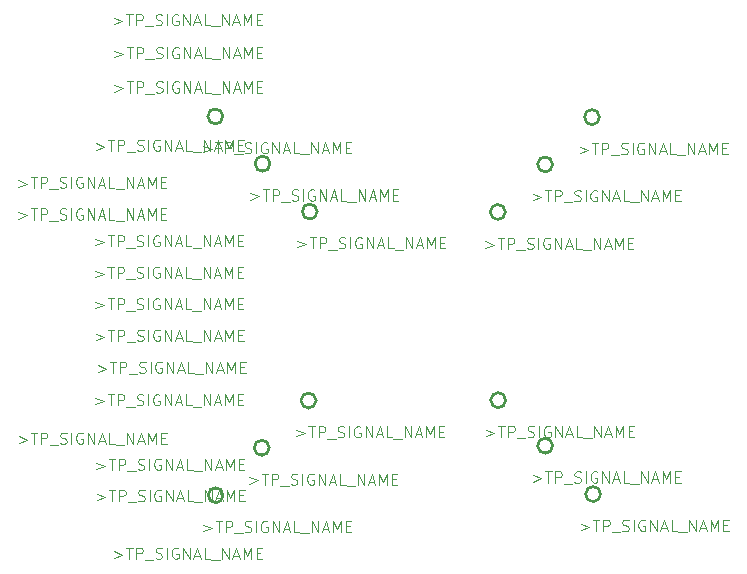
<source format=gbr>
G04 #@! TF.FileFunction,Other,Comment*
%FSLAX46Y46*%
G04 Gerber Fmt 4.6, Leading zero omitted, Abs format (unit mm)*
G04 Created by KiCad (PCBNEW 4.0.6) date 05/08/17 07:32:33*
%MOMM*%
%LPD*%
G01*
G04 APERTURE LIST*
%ADD10C,0.100000*%
%ADD11C,0.254000*%
%ADD12C,0.080000*%
G04 APERTURE END LIST*
D10*
D11*
X226342100Y-117285900D02*
G75*
G03X226342100Y-117285900I-635000J0D01*
G01*
X250338100Y-117110900D02*
G75*
G03X250338100Y-117110900I-635000J0D01*
G01*
X250335100Y-93294900D02*
G75*
G03X250335100Y-93294900I-635000J0D01*
G01*
X226414100Y-93237900D02*
G75*
G03X226414100Y-93237900I-635000J0D01*
G01*
X246365100Y-113257900D02*
G75*
G03X246365100Y-113257900I-635000J0D01*
G01*
X230305100Y-113285900D02*
G75*
G03X230305100Y-113285900I-635000J0D01*
G01*
X246332100Y-97322900D02*
G75*
G03X246332100Y-97322900I-635000J0D01*
G01*
X230406100Y-97283900D02*
G75*
G03X230406100Y-97283900I-635000J0D01*
G01*
X254396100Y-121206900D02*
G75*
G03X254396100Y-121206900I-635000J0D01*
G01*
X222434100Y-121302900D02*
G75*
G03X222434100Y-121302900I-635000J0D01*
G01*
X254302100Y-89292900D02*
G75*
G03X254302100Y-89292900I-635000J0D01*
G01*
X222414100Y-89231900D02*
G75*
G03X222414100Y-89231900I-635000J0D01*
G01*
D12*
X211638690Y-91508129D02*
X212362500Y-91779557D01*
X211638690Y-92050986D01*
X212679166Y-91191462D02*
X213222023Y-91191462D01*
X212950595Y-92141462D02*
X212950595Y-91191462D01*
X213538690Y-92141462D02*
X213538690Y-91191462D01*
X213900595Y-91191462D01*
X213991071Y-91236700D01*
X214036310Y-91281938D01*
X214081548Y-91372414D01*
X214081548Y-91508129D01*
X214036310Y-91598605D01*
X213991071Y-91643843D01*
X213900595Y-91689081D01*
X213538690Y-91689081D01*
X214262500Y-92231938D02*
X214986310Y-92231938D01*
X215167262Y-92096224D02*
X215302977Y-92141462D01*
X215529167Y-92141462D01*
X215619643Y-92096224D01*
X215664881Y-92050986D01*
X215710120Y-91960510D01*
X215710120Y-91870033D01*
X215664881Y-91779557D01*
X215619643Y-91734319D01*
X215529167Y-91689081D01*
X215348215Y-91643843D01*
X215257739Y-91598605D01*
X215212500Y-91553367D01*
X215167262Y-91462890D01*
X215167262Y-91372414D01*
X215212500Y-91281938D01*
X215257739Y-91236700D01*
X215348215Y-91191462D01*
X215574405Y-91191462D01*
X215710120Y-91236700D01*
X216117262Y-92141462D02*
X216117262Y-91191462D01*
X217067263Y-91236700D02*
X216976786Y-91191462D01*
X216841072Y-91191462D01*
X216705358Y-91236700D01*
X216614882Y-91327176D01*
X216569643Y-91417652D01*
X216524405Y-91598605D01*
X216524405Y-91734319D01*
X216569643Y-91915271D01*
X216614882Y-92005748D01*
X216705358Y-92096224D01*
X216841072Y-92141462D01*
X216931548Y-92141462D01*
X217067263Y-92096224D01*
X217112501Y-92050986D01*
X217112501Y-91734319D01*
X216931548Y-91734319D01*
X217519643Y-92141462D02*
X217519643Y-91191462D01*
X218062501Y-92141462D01*
X218062501Y-91191462D01*
X218469643Y-91870033D02*
X218922024Y-91870033D01*
X218379167Y-92141462D02*
X218695834Y-91191462D01*
X219012501Y-92141462D01*
X219781548Y-92141462D02*
X219329167Y-92141462D01*
X219329167Y-91191462D01*
X219872025Y-92231938D02*
X220595835Y-92231938D01*
X220822025Y-92141462D02*
X220822025Y-91191462D01*
X221364883Y-92141462D01*
X221364883Y-91191462D01*
X221772025Y-91870033D02*
X222224406Y-91870033D01*
X221681549Y-92141462D02*
X221998216Y-91191462D01*
X222314883Y-92141462D01*
X222631549Y-92141462D02*
X222631549Y-91191462D01*
X222948216Y-91870033D01*
X223264883Y-91191462D01*
X223264883Y-92141462D01*
X223717263Y-91643843D02*
X224033930Y-91643843D01*
X224169644Y-92141462D02*
X223717263Y-92141462D01*
X223717263Y-91191462D01*
X224169644Y-91191462D01*
X213240690Y-83684929D02*
X213964500Y-83956357D01*
X213240690Y-84227786D01*
X214281166Y-83368262D02*
X214824023Y-83368262D01*
X214552595Y-84318262D02*
X214552595Y-83368262D01*
X215140690Y-84318262D02*
X215140690Y-83368262D01*
X215502595Y-83368262D01*
X215593071Y-83413500D01*
X215638310Y-83458738D01*
X215683548Y-83549214D01*
X215683548Y-83684929D01*
X215638310Y-83775405D01*
X215593071Y-83820643D01*
X215502595Y-83865881D01*
X215140690Y-83865881D01*
X215864500Y-84408738D02*
X216588310Y-84408738D01*
X216769262Y-84273024D02*
X216904977Y-84318262D01*
X217131167Y-84318262D01*
X217221643Y-84273024D01*
X217266881Y-84227786D01*
X217312120Y-84137310D01*
X217312120Y-84046833D01*
X217266881Y-83956357D01*
X217221643Y-83911119D01*
X217131167Y-83865881D01*
X216950215Y-83820643D01*
X216859739Y-83775405D01*
X216814500Y-83730167D01*
X216769262Y-83639690D01*
X216769262Y-83549214D01*
X216814500Y-83458738D01*
X216859739Y-83413500D01*
X216950215Y-83368262D01*
X217176405Y-83368262D01*
X217312120Y-83413500D01*
X217719262Y-84318262D02*
X217719262Y-83368262D01*
X218669263Y-83413500D02*
X218578786Y-83368262D01*
X218443072Y-83368262D01*
X218307358Y-83413500D01*
X218216882Y-83503976D01*
X218171643Y-83594452D01*
X218126405Y-83775405D01*
X218126405Y-83911119D01*
X218171643Y-84092071D01*
X218216882Y-84182548D01*
X218307358Y-84273024D01*
X218443072Y-84318262D01*
X218533548Y-84318262D01*
X218669263Y-84273024D01*
X218714501Y-84227786D01*
X218714501Y-83911119D01*
X218533548Y-83911119D01*
X219121643Y-84318262D02*
X219121643Y-83368262D01*
X219664501Y-84318262D01*
X219664501Y-83368262D01*
X220071643Y-84046833D02*
X220524024Y-84046833D01*
X219981167Y-84318262D02*
X220297834Y-83368262D01*
X220614501Y-84318262D01*
X221383548Y-84318262D02*
X220931167Y-84318262D01*
X220931167Y-83368262D01*
X221474025Y-84408738D02*
X222197835Y-84408738D01*
X222424025Y-84318262D02*
X222424025Y-83368262D01*
X222966883Y-84318262D01*
X222966883Y-83368262D01*
X223374025Y-84046833D02*
X223826406Y-84046833D01*
X223283549Y-84318262D02*
X223600216Y-83368262D01*
X223916883Y-84318262D01*
X224233549Y-84318262D02*
X224233549Y-83368262D01*
X224550216Y-84046833D01*
X224866883Y-83368262D01*
X224866883Y-84318262D01*
X225319263Y-83820643D02*
X225635930Y-83820643D01*
X225771644Y-84318262D02*
X225319263Y-84318262D01*
X225319263Y-83368262D01*
X225771644Y-83368262D01*
X211612290Y-104944729D02*
X212336100Y-105216157D01*
X211612290Y-105487586D01*
X212652766Y-104628062D02*
X213195623Y-104628062D01*
X212924195Y-105578062D02*
X212924195Y-104628062D01*
X213512290Y-105578062D02*
X213512290Y-104628062D01*
X213874195Y-104628062D01*
X213964671Y-104673300D01*
X214009910Y-104718538D01*
X214055148Y-104809014D01*
X214055148Y-104944729D01*
X214009910Y-105035205D01*
X213964671Y-105080443D01*
X213874195Y-105125681D01*
X213512290Y-105125681D01*
X214236100Y-105668538D02*
X214959910Y-105668538D01*
X215140862Y-105532824D02*
X215276577Y-105578062D01*
X215502767Y-105578062D01*
X215593243Y-105532824D01*
X215638481Y-105487586D01*
X215683720Y-105397110D01*
X215683720Y-105306633D01*
X215638481Y-105216157D01*
X215593243Y-105170919D01*
X215502767Y-105125681D01*
X215321815Y-105080443D01*
X215231339Y-105035205D01*
X215186100Y-104989967D01*
X215140862Y-104899490D01*
X215140862Y-104809014D01*
X215186100Y-104718538D01*
X215231339Y-104673300D01*
X215321815Y-104628062D01*
X215548005Y-104628062D01*
X215683720Y-104673300D01*
X216090862Y-105578062D02*
X216090862Y-104628062D01*
X217040863Y-104673300D02*
X216950386Y-104628062D01*
X216814672Y-104628062D01*
X216678958Y-104673300D01*
X216588482Y-104763776D01*
X216543243Y-104854252D01*
X216498005Y-105035205D01*
X216498005Y-105170919D01*
X216543243Y-105351871D01*
X216588482Y-105442348D01*
X216678958Y-105532824D01*
X216814672Y-105578062D01*
X216905148Y-105578062D01*
X217040863Y-105532824D01*
X217086101Y-105487586D01*
X217086101Y-105170919D01*
X216905148Y-105170919D01*
X217493243Y-105578062D02*
X217493243Y-104628062D01*
X218036101Y-105578062D01*
X218036101Y-104628062D01*
X218443243Y-105306633D02*
X218895624Y-105306633D01*
X218352767Y-105578062D02*
X218669434Y-104628062D01*
X218986101Y-105578062D01*
X219755148Y-105578062D02*
X219302767Y-105578062D01*
X219302767Y-104628062D01*
X219845625Y-105668538D02*
X220569435Y-105668538D01*
X220795625Y-105578062D02*
X220795625Y-104628062D01*
X221338483Y-105578062D01*
X221338483Y-104628062D01*
X221745625Y-105306633D02*
X222198006Y-105306633D01*
X221655149Y-105578062D02*
X221971816Y-104628062D01*
X222288483Y-105578062D01*
X222605149Y-105578062D02*
X222605149Y-104628062D01*
X222921816Y-105306633D01*
X223238483Y-104628062D01*
X223238483Y-105578062D01*
X223690863Y-105080443D02*
X224007530Y-105080443D01*
X224143244Y-105578062D02*
X223690863Y-105578062D01*
X223690863Y-104628062D01*
X224143244Y-104628062D01*
X211637690Y-107611729D02*
X212361500Y-107883157D01*
X211637690Y-108154586D01*
X212678166Y-107295062D02*
X213221023Y-107295062D01*
X212949595Y-108245062D02*
X212949595Y-107295062D01*
X213537690Y-108245062D02*
X213537690Y-107295062D01*
X213899595Y-107295062D01*
X213990071Y-107340300D01*
X214035310Y-107385538D01*
X214080548Y-107476014D01*
X214080548Y-107611729D01*
X214035310Y-107702205D01*
X213990071Y-107747443D01*
X213899595Y-107792681D01*
X213537690Y-107792681D01*
X214261500Y-108335538D02*
X214985310Y-108335538D01*
X215166262Y-108199824D02*
X215301977Y-108245062D01*
X215528167Y-108245062D01*
X215618643Y-108199824D01*
X215663881Y-108154586D01*
X215709120Y-108064110D01*
X215709120Y-107973633D01*
X215663881Y-107883157D01*
X215618643Y-107837919D01*
X215528167Y-107792681D01*
X215347215Y-107747443D01*
X215256739Y-107702205D01*
X215211500Y-107656967D01*
X215166262Y-107566490D01*
X215166262Y-107476014D01*
X215211500Y-107385538D01*
X215256739Y-107340300D01*
X215347215Y-107295062D01*
X215573405Y-107295062D01*
X215709120Y-107340300D01*
X216116262Y-108245062D02*
X216116262Y-107295062D01*
X217066263Y-107340300D02*
X216975786Y-107295062D01*
X216840072Y-107295062D01*
X216704358Y-107340300D01*
X216613882Y-107430776D01*
X216568643Y-107521252D01*
X216523405Y-107702205D01*
X216523405Y-107837919D01*
X216568643Y-108018871D01*
X216613882Y-108109348D01*
X216704358Y-108199824D01*
X216840072Y-108245062D01*
X216930548Y-108245062D01*
X217066263Y-108199824D01*
X217111501Y-108154586D01*
X217111501Y-107837919D01*
X216930548Y-107837919D01*
X217518643Y-108245062D02*
X217518643Y-107295062D01*
X218061501Y-108245062D01*
X218061501Y-107295062D01*
X218468643Y-107973633D02*
X218921024Y-107973633D01*
X218378167Y-108245062D02*
X218694834Y-107295062D01*
X219011501Y-108245062D01*
X219780548Y-108245062D02*
X219328167Y-108245062D01*
X219328167Y-107295062D01*
X219871025Y-108335538D02*
X220594835Y-108335538D01*
X220821025Y-108245062D02*
X220821025Y-107295062D01*
X221363883Y-108245062D01*
X221363883Y-107295062D01*
X221771025Y-107973633D02*
X222223406Y-107973633D01*
X221680549Y-108245062D02*
X221997216Y-107295062D01*
X222313883Y-108245062D01*
X222630549Y-108245062D02*
X222630549Y-107295062D01*
X222947216Y-107973633D01*
X223263883Y-107295062D01*
X223263883Y-108245062D01*
X223716263Y-107747443D02*
X224032930Y-107747443D01*
X224168644Y-108245062D02*
X223716263Y-108245062D01*
X223716263Y-107295062D01*
X224168644Y-107295062D01*
X211813690Y-110304129D02*
X212537500Y-110575557D01*
X211813690Y-110846986D01*
X212854166Y-109987462D02*
X213397023Y-109987462D01*
X213125595Y-110937462D02*
X213125595Y-109987462D01*
X213713690Y-110937462D02*
X213713690Y-109987462D01*
X214075595Y-109987462D01*
X214166071Y-110032700D01*
X214211310Y-110077938D01*
X214256548Y-110168414D01*
X214256548Y-110304129D01*
X214211310Y-110394605D01*
X214166071Y-110439843D01*
X214075595Y-110485081D01*
X213713690Y-110485081D01*
X214437500Y-111027938D02*
X215161310Y-111027938D01*
X215342262Y-110892224D02*
X215477977Y-110937462D01*
X215704167Y-110937462D01*
X215794643Y-110892224D01*
X215839881Y-110846986D01*
X215885120Y-110756510D01*
X215885120Y-110666033D01*
X215839881Y-110575557D01*
X215794643Y-110530319D01*
X215704167Y-110485081D01*
X215523215Y-110439843D01*
X215432739Y-110394605D01*
X215387500Y-110349367D01*
X215342262Y-110258890D01*
X215342262Y-110168414D01*
X215387500Y-110077938D01*
X215432739Y-110032700D01*
X215523215Y-109987462D01*
X215749405Y-109987462D01*
X215885120Y-110032700D01*
X216292262Y-110937462D02*
X216292262Y-109987462D01*
X217242263Y-110032700D02*
X217151786Y-109987462D01*
X217016072Y-109987462D01*
X216880358Y-110032700D01*
X216789882Y-110123176D01*
X216744643Y-110213652D01*
X216699405Y-110394605D01*
X216699405Y-110530319D01*
X216744643Y-110711271D01*
X216789882Y-110801748D01*
X216880358Y-110892224D01*
X217016072Y-110937462D01*
X217106548Y-110937462D01*
X217242263Y-110892224D01*
X217287501Y-110846986D01*
X217287501Y-110530319D01*
X217106548Y-110530319D01*
X217694643Y-110937462D02*
X217694643Y-109987462D01*
X218237501Y-110937462D01*
X218237501Y-109987462D01*
X218644643Y-110666033D02*
X219097024Y-110666033D01*
X218554167Y-110937462D02*
X218870834Y-109987462D01*
X219187501Y-110937462D01*
X219956548Y-110937462D02*
X219504167Y-110937462D01*
X219504167Y-109987462D01*
X220047025Y-111027938D02*
X220770835Y-111027938D01*
X220997025Y-110937462D02*
X220997025Y-109987462D01*
X221539883Y-110937462D01*
X221539883Y-109987462D01*
X221947025Y-110666033D02*
X222399406Y-110666033D01*
X221856549Y-110937462D02*
X222173216Y-109987462D01*
X222489883Y-110937462D01*
X222806549Y-110937462D02*
X222806549Y-109987462D01*
X223123216Y-110666033D01*
X223439883Y-109987462D01*
X223439883Y-110937462D01*
X223892263Y-110439843D02*
X224208930Y-110439843D01*
X224344644Y-110937462D02*
X223892263Y-110937462D01*
X223892263Y-109987462D01*
X224344644Y-109987462D01*
X205095242Y-94650129D02*
X205819052Y-94921557D01*
X205095242Y-95192986D01*
X206135718Y-94333462D02*
X206678575Y-94333462D01*
X206407147Y-95283462D02*
X206407147Y-94333462D01*
X206995242Y-95283462D02*
X206995242Y-94333462D01*
X207357147Y-94333462D01*
X207447623Y-94378700D01*
X207492862Y-94423938D01*
X207538100Y-94514414D01*
X207538100Y-94650129D01*
X207492862Y-94740605D01*
X207447623Y-94785843D01*
X207357147Y-94831081D01*
X206995242Y-94831081D01*
X207719052Y-95373938D02*
X208442862Y-95373938D01*
X208623814Y-95238224D02*
X208759529Y-95283462D01*
X208985719Y-95283462D01*
X209076195Y-95238224D01*
X209121433Y-95192986D01*
X209166672Y-95102510D01*
X209166672Y-95012033D01*
X209121433Y-94921557D01*
X209076195Y-94876319D01*
X208985719Y-94831081D01*
X208804767Y-94785843D01*
X208714291Y-94740605D01*
X208669052Y-94695367D01*
X208623814Y-94604890D01*
X208623814Y-94514414D01*
X208669052Y-94423938D01*
X208714291Y-94378700D01*
X208804767Y-94333462D01*
X209030957Y-94333462D01*
X209166672Y-94378700D01*
X209573814Y-95283462D02*
X209573814Y-94333462D01*
X210523815Y-94378700D02*
X210433338Y-94333462D01*
X210297624Y-94333462D01*
X210161910Y-94378700D01*
X210071434Y-94469176D01*
X210026195Y-94559652D01*
X209980957Y-94740605D01*
X209980957Y-94876319D01*
X210026195Y-95057271D01*
X210071434Y-95147748D01*
X210161910Y-95238224D01*
X210297624Y-95283462D01*
X210388100Y-95283462D01*
X210523815Y-95238224D01*
X210569053Y-95192986D01*
X210569053Y-94876319D01*
X210388100Y-94876319D01*
X210976195Y-95283462D02*
X210976195Y-94333462D01*
X211519053Y-95283462D01*
X211519053Y-94333462D01*
X211926195Y-95012033D02*
X212378576Y-95012033D01*
X211835719Y-95283462D02*
X212152386Y-94333462D01*
X212469053Y-95283462D01*
X213238100Y-95283462D02*
X212785719Y-95283462D01*
X212785719Y-94333462D01*
X213328577Y-95373938D02*
X214052387Y-95373938D01*
X214278577Y-95283462D02*
X214278577Y-94333462D01*
X214821435Y-95283462D01*
X214821435Y-94333462D01*
X215228577Y-95012033D02*
X215680958Y-95012033D01*
X215138101Y-95283462D02*
X215454768Y-94333462D01*
X215771435Y-95283462D01*
X216088101Y-95283462D02*
X216088101Y-94333462D01*
X216404768Y-95012033D01*
X216721435Y-94333462D01*
X216721435Y-95283462D01*
X217173815Y-94785843D02*
X217490482Y-94785843D01*
X217626196Y-95283462D02*
X217173815Y-95283462D01*
X217173815Y-94333462D01*
X217626196Y-94333462D01*
X205118842Y-116316329D02*
X205842652Y-116587757D01*
X205118842Y-116859186D01*
X206159318Y-115999662D02*
X206702175Y-115999662D01*
X206430747Y-116949662D02*
X206430747Y-115999662D01*
X207018842Y-116949662D02*
X207018842Y-115999662D01*
X207380747Y-115999662D01*
X207471223Y-116044900D01*
X207516462Y-116090138D01*
X207561700Y-116180614D01*
X207561700Y-116316329D01*
X207516462Y-116406805D01*
X207471223Y-116452043D01*
X207380747Y-116497281D01*
X207018842Y-116497281D01*
X207742652Y-117040138D02*
X208466462Y-117040138D01*
X208647414Y-116904424D02*
X208783129Y-116949662D01*
X209009319Y-116949662D01*
X209099795Y-116904424D01*
X209145033Y-116859186D01*
X209190272Y-116768710D01*
X209190272Y-116678233D01*
X209145033Y-116587757D01*
X209099795Y-116542519D01*
X209009319Y-116497281D01*
X208828367Y-116452043D01*
X208737891Y-116406805D01*
X208692652Y-116361567D01*
X208647414Y-116271090D01*
X208647414Y-116180614D01*
X208692652Y-116090138D01*
X208737891Y-116044900D01*
X208828367Y-115999662D01*
X209054557Y-115999662D01*
X209190272Y-116044900D01*
X209597414Y-116949662D02*
X209597414Y-115999662D01*
X210547415Y-116044900D02*
X210456938Y-115999662D01*
X210321224Y-115999662D01*
X210185510Y-116044900D01*
X210095034Y-116135376D01*
X210049795Y-116225852D01*
X210004557Y-116406805D01*
X210004557Y-116542519D01*
X210049795Y-116723471D01*
X210095034Y-116813948D01*
X210185510Y-116904424D01*
X210321224Y-116949662D01*
X210411700Y-116949662D01*
X210547415Y-116904424D01*
X210592653Y-116859186D01*
X210592653Y-116542519D01*
X210411700Y-116542519D01*
X210999795Y-116949662D02*
X210999795Y-115999662D01*
X211542653Y-116949662D01*
X211542653Y-115999662D01*
X211949795Y-116678233D02*
X212402176Y-116678233D01*
X211859319Y-116949662D02*
X212175986Y-115999662D01*
X212492653Y-116949662D01*
X213261700Y-116949662D02*
X212809319Y-116949662D01*
X212809319Y-115999662D01*
X213352177Y-117040138D02*
X214075987Y-117040138D01*
X214302177Y-116949662D02*
X214302177Y-115999662D01*
X214845035Y-116949662D01*
X214845035Y-115999662D01*
X215252177Y-116678233D02*
X215704558Y-116678233D01*
X215161701Y-116949662D02*
X215478368Y-115999662D01*
X215795035Y-116949662D01*
X216111701Y-116949662D02*
X216111701Y-115999662D01*
X216428368Y-116678233D01*
X216745035Y-115999662D01*
X216745035Y-116949662D01*
X217197415Y-116452043D02*
X217514082Y-116452043D01*
X217649796Y-116949662D02*
X217197415Y-116949662D01*
X217197415Y-115999662D01*
X217649796Y-115999662D01*
X211615090Y-99610729D02*
X212338900Y-99882157D01*
X211615090Y-100153586D01*
X212655566Y-99294062D02*
X213198423Y-99294062D01*
X212926995Y-100244062D02*
X212926995Y-99294062D01*
X213515090Y-100244062D02*
X213515090Y-99294062D01*
X213876995Y-99294062D01*
X213967471Y-99339300D01*
X214012710Y-99384538D01*
X214057948Y-99475014D01*
X214057948Y-99610729D01*
X214012710Y-99701205D01*
X213967471Y-99746443D01*
X213876995Y-99791681D01*
X213515090Y-99791681D01*
X214238900Y-100334538D02*
X214962710Y-100334538D01*
X215143662Y-100198824D02*
X215279377Y-100244062D01*
X215505567Y-100244062D01*
X215596043Y-100198824D01*
X215641281Y-100153586D01*
X215686520Y-100063110D01*
X215686520Y-99972633D01*
X215641281Y-99882157D01*
X215596043Y-99836919D01*
X215505567Y-99791681D01*
X215324615Y-99746443D01*
X215234139Y-99701205D01*
X215188900Y-99655967D01*
X215143662Y-99565490D01*
X215143662Y-99475014D01*
X215188900Y-99384538D01*
X215234139Y-99339300D01*
X215324615Y-99294062D01*
X215550805Y-99294062D01*
X215686520Y-99339300D01*
X216093662Y-100244062D02*
X216093662Y-99294062D01*
X217043663Y-99339300D02*
X216953186Y-99294062D01*
X216817472Y-99294062D01*
X216681758Y-99339300D01*
X216591282Y-99429776D01*
X216546043Y-99520252D01*
X216500805Y-99701205D01*
X216500805Y-99836919D01*
X216546043Y-100017871D01*
X216591282Y-100108348D01*
X216681758Y-100198824D01*
X216817472Y-100244062D01*
X216907948Y-100244062D01*
X217043663Y-100198824D01*
X217088901Y-100153586D01*
X217088901Y-99836919D01*
X216907948Y-99836919D01*
X217496043Y-100244062D02*
X217496043Y-99294062D01*
X218038901Y-100244062D01*
X218038901Y-99294062D01*
X218446043Y-99972633D02*
X218898424Y-99972633D01*
X218355567Y-100244062D02*
X218672234Y-99294062D01*
X218988901Y-100244062D01*
X219757948Y-100244062D02*
X219305567Y-100244062D01*
X219305567Y-99294062D01*
X219848425Y-100334538D02*
X220572235Y-100334538D01*
X220798425Y-100244062D02*
X220798425Y-99294062D01*
X221341283Y-100244062D01*
X221341283Y-99294062D01*
X221748425Y-99972633D02*
X222200806Y-99972633D01*
X221657949Y-100244062D02*
X221974616Y-99294062D01*
X222291283Y-100244062D01*
X222607949Y-100244062D02*
X222607949Y-99294062D01*
X222924616Y-99972633D01*
X223241283Y-99294062D01*
X223241283Y-100244062D01*
X223693663Y-99746443D02*
X224010330Y-99746443D01*
X224146044Y-100244062D02*
X223693663Y-100244062D01*
X223693663Y-99294062D01*
X224146044Y-99294062D01*
X224663290Y-119782329D02*
X225387100Y-120053757D01*
X224663290Y-120325186D01*
X225703766Y-119465662D02*
X226246623Y-119465662D01*
X225975195Y-120415662D02*
X225975195Y-119465662D01*
X226563290Y-120415662D02*
X226563290Y-119465662D01*
X226925195Y-119465662D01*
X227015671Y-119510900D01*
X227060910Y-119556138D01*
X227106148Y-119646614D01*
X227106148Y-119782329D01*
X227060910Y-119872805D01*
X227015671Y-119918043D01*
X226925195Y-119963281D01*
X226563290Y-119963281D01*
X227287100Y-120506138D02*
X228010910Y-120506138D01*
X228191862Y-120370424D02*
X228327577Y-120415662D01*
X228553767Y-120415662D01*
X228644243Y-120370424D01*
X228689481Y-120325186D01*
X228734720Y-120234710D01*
X228734720Y-120144233D01*
X228689481Y-120053757D01*
X228644243Y-120008519D01*
X228553767Y-119963281D01*
X228372815Y-119918043D01*
X228282339Y-119872805D01*
X228237100Y-119827567D01*
X228191862Y-119737090D01*
X228191862Y-119646614D01*
X228237100Y-119556138D01*
X228282339Y-119510900D01*
X228372815Y-119465662D01*
X228599005Y-119465662D01*
X228734720Y-119510900D01*
X229141862Y-120415662D02*
X229141862Y-119465662D01*
X230091863Y-119510900D02*
X230001386Y-119465662D01*
X229865672Y-119465662D01*
X229729958Y-119510900D01*
X229639482Y-119601376D01*
X229594243Y-119691852D01*
X229549005Y-119872805D01*
X229549005Y-120008519D01*
X229594243Y-120189471D01*
X229639482Y-120279948D01*
X229729958Y-120370424D01*
X229865672Y-120415662D01*
X229956148Y-120415662D01*
X230091863Y-120370424D01*
X230137101Y-120325186D01*
X230137101Y-120008519D01*
X229956148Y-120008519D01*
X230544243Y-120415662D02*
X230544243Y-119465662D01*
X231087101Y-120415662D01*
X231087101Y-119465662D01*
X231494243Y-120144233D02*
X231946624Y-120144233D01*
X231403767Y-120415662D02*
X231720434Y-119465662D01*
X232037101Y-120415662D01*
X232806148Y-120415662D02*
X232353767Y-120415662D01*
X232353767Y-119465662D01*
X232896625Y-120506138D02*
X233620435Y-120506138D01*
X233846625Y-120415662D02*
X233846625Y-119465662D01*
X234389483Y-120415662D01*
X234389483Y-119465662D01*
X234796625Y-120144233D02*
X235249006Y-120144233D01*
X234706149Y-120415662D02*
X235022816Y-119465662D01*
X235339483Y-120415662D01*
X235656149Y-120415662D02*
X235656149Y-119465662D01*
X235972816Y-120144233D01*
X236289483Y-119465662D01*
X236289483Y-120415662D01*
X236741863Y-119918043D02*
X237058530Y-119918043D01*
X237194244Y-120415662D02*
X236741863Y-120415662D01*
X236741863Y-119465662D01*
X237194244Y-119465662D01*
X248659290Y-119607329D02*
X249383100Y-119878757D01*
X248659290Y-120150186D01*
X249699766Y-119290662D02*
X250242623Y-119290662D01*
X249971195Y-120240662D02*
X249971195Y-119290662D01*
X250559290Y-120240662D02*
X250559290Y-119290662D01*
X250921195Y-119290662D01*
X251011671Y-119335900D01*
X251056910Y-119381138D01*
X251102148Y-119471614D01*
X251102148Y-119607329D01*
X251056910Y-119697805D01*
X251011671Y-119743043D01*
X250921195Y-119788281D01*
X250559290Y-119788281D01*
X251283100Y-120331138D02*
X252006910Y-120331138D01*
X252187862Y-120195424D02*
X252323577Y-120240662D01*
X252549767Y-120240662D01*
X252640243Y-120195424D01*
X252685481Y-120150186D01*
X252730720Y-120059710D01*
X252730720Y-119969233D01*
X252685481Y-119878757D01*
X252640243Y-119833519D01*
X252549767Y-119788281D01*
X252368815Y-119743043D01*
X252278339Y-119697805D01*
X252233100Y-119652567D01*
X252187862Y-119562090D01*
X252187862Y-119471614D01*
X252233100Y-119381138D01*
X252278339Y-119335900D01*
X252368815Y-119290662D01*
X252595005Y-119290662D01*
X252730720Y-119335900D01*
X253137862Y-120240662D02*
X253137862Y-119290662D01*
X254087863Y-119335900D02*
X253997386Y-119290662D01*
X253861672Y-119290662D01*
X253725958Y-119335900D01*
X253635482Y-119426376D01*
X253590243Y-119516852D01*
X253545005Y-119697805D01*
X253545005Y-119833519D01*
X253590243Y-120014471D01*
X253635482Y-120104948D01*
X253725958Y-120195424D01*
X253861672Y-120240662D01*
X253952148Y-120240662D01*
X254087863Y-120195424D01*
X254133101Y-120150186D01*
X254133101Y-119833519D01*
X253952148Y-119833519D01*
X254540243Y-120240662D02*
X254540243Y-119290662D01*
X255083101Y-120240662D01*
X255083101Y-119290662D01*
X255490243Y-119969233D02*
X255942624Y-119969233D01*
X255399767Y-120240662D02*
X255716434Y-119290662D01*
X256033101Y-120240662D01*
X256802148Y-120240662D02*
X256349767Y-120240662D01*
X256349767Y-119290662D01*
X256892625Y-120331138D02*
X257616435Y-120331138D01*
X257842625Y-120240662D02*
X257842625Y-119290662D01*
X258385483Y-120240662D01*
X258385483Y-119290662D01*
X258792625Y-119969233D02*
X259245006Y-119969233D01*
X258702149Y-120240662D02*
X259018816Y-119290662D01*
X259335483Y-120240662D01*
X259652149Y-120240662D02*
X259652149Y-119290662D01*
X259968816Y-119969233D01*
X260285483Y-119290662D01*
X260285483Y-120240662D01*
X260737863Y-119743043D02*
X261054530Y-119743043D01*
X261190244Y-120240662D02*
X260737863Y-120240662D01*
X260737863Y-119290662D01*
X261190244Y-119290662D01*
X248656290Y-95791329D02*
X249380100Y-96062757D01*
X248656290Y-96334186D01*
X249696766Y-95474662D02*
X250239623Y-95474662D01*
X249968195Y-96424662D02*
X249968195Y-95474662D01*
X250556290Y-96424662D02*
X250556290Y-95474662D01*
X250918195Y-95474662D01*
X251008671Y-95519900D01*
X251053910Y-95565138D01*
X251099148Y-95655614D01*
X251099148Y-95791329D01*
X251053910Y-95881805D01*
X251008671Y-95927043D01*
X250918195Y-95972281D01*
X250556290Y-95972281D01*
X251280100Y-96515138D02*
X252003910Y-96515138D01*
X252184862Y-96379424D02*
X252320577Y-96424662D01*
X252546767Y-96424662D01*
X252637243Y-96379424D01*
X252682481Y-96334186D01*
X252727720Y-96243710D01*
X252727720Y-96153233D01*
X252682481Y-96062757D01*
X252637243Y-96017519D01*
X252546767Y-95972281D01*
X252365815Y-95927043D01*
X252275339Y-95881805D01*
X252230100Y-95836567D01*
X252184862Y-95746090D01*
X252184862Y-95655614D01*
X252230100Y-95565138D01*
X252275339Y-95519900D01*
X252365815Y-95474662D01*
X252592005Y-95474662D01*
X252727720Y-95519900D01*
X253134862Y-96424662D02*
X253134862Y-95474662D01*
X254084863Y-95519900D02*
X253994386Y-95474662D01*
X253858672Y-95474662D01*
X253722958Y-95519900D01*
X253632482Y-95610376D01*
X253587243Y-95700852D01*
X253542005Y-95881805D01*
X253542005Y-96017519D01*
X253587243Y-96198471D01*
X253632482Y-96288948D01*
X253722958Y-96379424D01*
X253858672Y-96424662D01*
X253949148Y-96424662D01*
X254084863Y-96379424D01*
X254130101Y-96334186D01*
X254130101Y-96017519D01*
X253949148Y-96017519D01*
X254537243Y-96424662D02*
X254537243Y-95474662D01*
X255080101Y-96424662D01*
X255080101Y-95474662D01*
X255487243Y-96153233D02*
X255939624Y-96153233D01*
X255396767Y-96424662D02*
X255713434Y-95474662D01*
X256030101Y-96424662D01*
X256799148Y-96424662D02*
X256346767Y-96424662D01*
X256346767Y-95474662D01*
X256889625Y-96515138D02*
X257613435Y-96515138D01*
X257839625Y-96424662D02*
X257839625Y-95474662D01*
X258382483Y-96424662D01*
X258382483Y-95474662D01*
X258789625Y-96153233D02*
X259242006Y-96153233D01*
X258699149Y-96424662D02*
X259015816Y-95474662D01*
X259332483Y-96424662D01*
X259649149Y-96424662D02*
X259649149Y-95474662D01*
X259965816Y-96153233D01*
X260282483Y-95474662D01*
X260282483Y-96424662D01*
X260734863Y-95927043D02*
X261051530Y-95927043D01*
X261187244Y-96424662D02*
X260734863Y-96424662D01*
X260734863Y-95474662D01*
X261187244Y-95474662D01*
X224735290Y-95734329D02*
X225459100Y-96005757D01*
X224735290Y-96277186D01*
X225775766Y-95417662D02*
X226318623Y-95417662D01*
X226047195Y-96367662D02*
X226047195Y-95417662D01*
X226635290Y-96367662D02*
X226635290Y-95417662D01*
X226997195Y-95417662D01*
X227087671Y-95462900D01*
X227132910Y-95508138D01*
X227178148Y-95598614D01*
X227178148Y-95734329D01*
X227132910Y-95824805D01*
X227087671Y-95870043D01*
X226997195Y-95915281D01*
X226635290Y-95915281D01*
X227359100Y-96458138D02*
X228082910Y-96458138D01*
X228263862Y-96322424D02*
X228399577Y-96367662D01*
X228625767Y-96367662D01*
X228716243Y-96322424D01*
X228761481Y-96277186D01*
X228806720Y-96186710D01*
X228806720Y-96096233D01*
X228761481Y-96005757D01*
X228716243Y-95960519D01*
X228625767Y-95915281D01*
X228444815Y-95870043D01*
X228354339Y-95824805D01*
X228309100Y-95779567D01*
X228263862Y-95689090D01*
X228263862Y-95598614D01*
X228309100Y-95508138D01*
X228354339Y-95462900D01*
X228444815Y-95417662D01*
X228671005Y-95417662D01*
X228806720Y-95462900D01*
X229213862Y-96367662D02*
X229213862Y-95417662D01*
X230163863Y-95462900D02*
X230073386Y-95417662D01*
X229937672Y-95417662D01*
X229801958Y-95462900D01*
X229711482Y-95553376D01*
X229666243Y-95643852D01*
X229621005Y-95824805D01*
X229621005Y-95960519D01*
X229666243Y-96141471D01*
X229711482Y-96231948D01*
X229801958Y-96322424D01*
X229937672Y-96367662D01*
X230028148Y-96367662D01*
X230163863Y-96322424D01*
X230209101Y-96277186D01*
X230209101Y-95960519D01*
X230028148Y-95960519D01*
X230616243Y-96367662D02*
X230616243Y-95417662D01*
X231159101Y-96367662D01*
X231159101Y-95417662D01*
X231566243Y-96096233D02*
X232018624Y-96096233D01*
X231475767Y-96367662D02*
X231792434Y-95417662D01*
X232109101Y-96367662D01*
X232878148Y-96367662D02*
X232425767Y-96367662D01*
X232425767Y-95417662D01*
X232968625Y-96458138D02*
X233692435Y-96458138D01*
X233918625Y-96367662D02*
X233918625Y-95417662D01*
X234461483Y-96367662D01*
X234461483Y-95417662D01*
X234868625Y-96096233D02*
X235321006Y-96096233D01*
X234778149Y-96367662D02*
X235094816Y-95417662D01*
X235411483Y-96367662D01*
X235728149Y-96367662D02*
X235728149Y-95417662D01*
X236044816Y-96096233D01*
X236361483Y-95417662D01*
X236361483Y-96367662D01*
X236813863Y-95870043D02*
X237130530Y-95870043D01*
X237266244Y-96367662D02*
X236813863Y-96367662D01*
X236813863Y-95417662D01*
X237266244Y-95417662D01*
X213240690Y-86580529D02*
X213964500Y-86851957D01*
X213240690Y-87123386D01*
X214281166Y-86263862D02*
X214824023Y-86263862D01*
X214552595Y-87213862D02*
X214552595Y-86263862D01*
X215140690Y-87213862D02*
X215140690Y-86263862D01*
X215502595Y-86263862D01*
X215593071Y-86309100D01*
X215638310Y-86354338D01*
X215683548Y-86444814D01*
X215683548Y-86580529D01*
X215638310Y-86671005D01*
X215593071Y-86716243D01*
X215502595Y-86761481D01*
X215140690Y-86761481D01*
X215864500Y-87304338D02*
X216588310Y-87304338D01*
X216769262Y-87168624D02*
X216904977Y-87213862D01*
X217131167Y-87213862D01*
X217221643Y-87168624D01*
X217266881Y-87123386D01*
X217312120Y-87032910D01*
X217312120Y-86942433D01*
X217266881Y-86851957D01*
X217221643Y-86806719D01*
X217131167Y-86761481D01*
X216950215Y-86716243D01*
X216859739Y-86671005D01*
X216814500Y-86625767D01*
X216769262Y-86535290D01*
X216769262Y-86444814D01*
X216814500Y-86354338D01*
X216859739Y-86309100D01*
X216950215Y-86263862D01*
X217176405Y-86263862D01*
X217312120Y-86309100D01*
X217719262Y-87213862D02*
X217719262Y-86263862D01*
X218669263Y-86309100D02*
X218578786Y-86263862D01*
X218443072Y-86263862D01*
X218307358Y-86309100D01*
X218216882Y-86399576D01*
X218171643Y-86490052D01*
X218126405Y-86671005D01*
X218126405Y-86806719D01*
X218171643Y-86987671D01*
X218216882Y-87078148D01*
X218307358Y-87168624D01*
X218443072Y-87213862D01*
X218533548Y-87213862D01*
X218669263Y-87168624D01*
X218714501Y-87123386D01*
X218714501Y-86806719D01*
X218533548Y-86806719D01*
X219121643Y-87213862D02*
X219121643Y-86263862D01*
X219664501Y-87213862D01*
X219664501Y-86263862D01*
X220071643Y-86942433D02*
X220524024Y-86942433D01*
X219981167Y-87213862D02*
X220297834Y-86263862D01*
X220614501Y-87213862D01*
X221383548Y-87213862D02*
X220931167Y-87213862D01*
X220931167Y-86263862D01*
X221474025Y-87304338D02*
X222197835Y-87304338D01*
X222424025Y-87213862D02*
X222424025Y-86263862D01*
X222966883Y-87213862D01*
X222966883Y-86263862D01*
X223374025Y-86942433D02*
X223826406Y-86942433D01*
X223283549Y-87213862D02*
X223600216Y-86263862D01*
X223916883Y-87213862D01*
X224233549Y-87213862D02*
X224233549Y-86263862D01*
X224550216Y-86942433D01*
X224866883Y-86263862D01*
X224866883Y-87213862D01*
X225319263Y-86716243D02*
X225635930Y-86716243D01*
X225771644Y-87213862D02*
X225319263Y-87213862D01*
X225319263Y-86263862D01*
X225771644Y-86263862D01*
X244686290Y-115754329D02*
X245410100Y-116025757D01*
X244686290Y-116297186D01*
X245726766Y-115437662D02*
X246269623Y-115437662D01*
X245998195Y-116387662D02*
X245998195Y-115437662D01*
X246586290Y-116387662D02*
X246586290Y-115437662D01*
X246948195Y-115437662D01*
X247038671Y-115482900D01*
X247083910Y-115528138D01*
X247129148Y-115618614D01*
X247129148Y-115754329D01*
X247083910Y-115844805D01*
X247038671Y-115890043D01*
X246948195Y-115935281D01*
X246586290Y-115935281D01*
X247310100Y-116478138D02*
X248033910Y-116478138D01*
X248214862Y-116342424D02*
X248350577Y-116387662D01*
X248576767Y-116387662D01*
X248667243Y-116342424D01*
X248712481Y-116297186D01*
X248757720Y-116206710D01*
X248757720Y-116116233D01*
X248712481Y-116025757D01*
X248667243Y-115980519D01*
X248576767Y-115935281D01*
X248395815Y-115890043D01*
X248305339Y-115844805D01*
X248260100Y-115799567D01*
X248214862Y-115709090D01*
X248214862Y-115618614D01*
X248260100Y-115528138D01*
X248305339Y-115482900D01*
X248395815Y-115437662D01*
X248622005Y-115437662D01*
X248757720Y-115482900D01*
X249164862Y-116387662D02*
X249164862Y-115437662D01*
X250114863Y-115482900D02*
X250024386Y-115437662D01*
X249888672Y-115437662D01*
X249752958Y-115482900D01*
X249662482Y-115573376D01*
X249617243Y-115663852D01*
X249572005Y-115844805D01*
X249572005Y-115980519D01*
X249617243Y-116161471D01*
X249662482Y-116251948D01*
X249752958Y-116342424D01*
X249888672Y-116387662D01*
X249979148Y-116387662D01*
X250114863Y-116342424D01*
X250160101Y-116297186D01*
X250160101Y-115980519D01*
X249979148Y-115980519D01*
X250567243Y-116387662D02*
X250567243Y-115437662D01*
X251110101Y-116387662D01*
X251110101Y-115437662D01*
X251517243Y-116116233D02*
X251969624Y-116116233D01*
X251426767Y-116387662D02*
X251743434Y-115437662D01*
X252060101Y-116387662D01*
X252829148Y-116387662D02*
X252376767Y-116387662D01*
X252376767Y-115437662D01*
X252919625Y-116478138D02*
X253643435Y-116478138D01*
X253869625Y-116387662D02*
X253869625Y-115437662D01*
X254412483Y-116387662D01*
X254412483Y-115437662D01*
X254819625Y-116116233D02*
X255272006Y-116116233D01*
X254729149Y-116387662D02*
X255045816Y-115437662D01*
X255362483Y-116387662D01*
X255679149Y-116387662D02*
X255679149Y-115437662D01*
X255995816Y-116116233D01*
X256312483Y-115437662D01*
X256312483Y-116387662D01*
X256764863Y-115890043D02*
X257081530Y-115890043D01*
X257217244Y-116387662D02*
X256764863Y-116387662D01*
X256764863Y-115437662D01*
X257217244Y-115437662D01*
X228626290Y-115782329D02*
X229350100Y-116053757D01*
X228626290Y-116325186D01*
X229666766Y-115465662D02*
X230209623Y-115465662D01*
X229938195Y-116415662D02*
X229938195Y-115465662D01*
X230526290Y-116415662D02*
X230526290Y-115465662D01*
X230888195Y-115465662D01*
X230978671Y-115510900D01*
X231023910Y-115556138D01*
X231069148Y-115646614D01*
X231069148Y-115782329D01*
X231023910Y-115872805D01*
X230978671Y-115918043D01*
X230888195Y-115963281D01*
X230526290Y-115963281D01*
X231250100Y-116506138D02*
X231973910Y-116506138D01*
X232154862Y-116370424D02*
X232290577Y-116415662D01*
X232516767Y-116415662D01*
X232607243Y-116370424D01*
X232652481Y-116325186D01*
X232697720Y-116234710D01*
X232697720Y-116144233D01*
X232652481Y-116053757D01*
X232607243Y-116008519D01*
X232516767Y-115963281D01*
X232335815Y-115918043D01*
X232245339Y-115872805D01*
X232200100Y-115827567D01*
X232154862Y-115737090D01*
X232154862Y-115646614D01*
X232200100Y-115556138D01*
X232245339Y-115510900D01*
X232335815Y-115465662D01*
X232562005Y-115465662D01*
X232697720Y-115510900D01*
X233104862Y-116415662D02*
X233104862Y-115465662D01*
X234054863Y-115510900D02*
X233964386Y-115465662D01*
X233828672Y-115465662D01*
X233692958Y-115510900D01*
X233602482Y-115601376D01*
X233557243Y-115691852D01*
X233512005Y-115872805D01*
X233512005Y-116008519D01*
X233557243Y-116189471D01*
X233602482Y-116279948D01*
X233692958Y-116370424D01*
X233828672Y-116415662D01*
X233919148Y-116415662D01*
X234054863Y-116370424D01*
X234100101Y-116325186D01*
X234100101Y-116008519D01*
X233919148Y-116008519D01*
X234507243Y-116415662D02*
X234507243Y-115465662D01*
X235050101Y-116415662D01*
X235050101Y-115465662D01*
X235457243Y-116144233D02*
X235909624Y-116144233D01*
X235366767Y-116415662D02*
X235683434Y-115465662D01*
X236000101Y-116415662D01*
X236769148Y-116415662D02*
X236316767Y-116415662D01*
X236316767Y-115465662D01*
X236859625Y-116506138D02*
X237583435Y-116506138D01*
X237809625Y-116415662D02*
X237809625Y-115465662D01*
X238352483Y-116415662D01*
X238352483Y-115465662D01*
X238759625Y-116144233D02*
X239212006Y-116144233D01*
X238669149Y-116415662D02*
X238985816Y-115465662D01*
X239302483Y-116415662D01*
X239619149Y-116415662D02*
X239619149Y-115465662D01*
X239935816Y-116144233D01*
X240252483Y-115465662D01*
X240252483Y-116415662D01*
X240704863Y-115918043D02*
X241021530Y-115918043D01*
X241157244Y-116415662D02*
X240704863Y-116415662D01*
X240704863Y-115465662D01*
X241157244Y-115465662D01*
X244653290Y-99819329D02*
X245377100Y-100090757D01*
X244653290Y-100362186D01*
X245693766Y-99502662D02*
X246236623Y-99502662D01*
X245965195Y-100452662D02*
X245965195Y-99502662D01*
X246553290Y-100452662D02*
X246553290Y-99502662D01*
X246915195Y-99502662D01*
X247005671Y-99547900D01*
X247050910Y-99593138D01*
X247096148Y-99683614D01*
X247096148Y-99819329D01*
X247050910Y-99909805D01*
X247005671Y-99955043D01*
X246915195Y-100000281D01*
X246553290Y-100000281D01*
X247277100Y-100543138D02*
X248000910Y-100543138D01*
X248181862Y-100407424D02*
X248317577Y-100452662D01*
X248543767Y-100452662D01*
X248634243Y-100407424D01*
X248679481Y-100362186D01*
X248724720Y-100271710D01*
X248724720Y-100181233D01*
X248679481Y-100090757D01*
X248634243Y-100045519D01*
X248543767Y-100000281D01*
X248362815Y-99955043D01*
X248272339Y-99909805D01*
X248227100Y-99864567D01*
X248181862Y-99774090D01*
X248181862Y-99683614D01*
X248227100Y-99593138D01*
X248272339Y-99547900D01*
X248362815Y-99502662D01*
X248589005Y-99502662D01*
X248724720Y-99547900D01*
X249131862Y-100452662D02*
X249131862Y-99502662D01*
X250081863Y-99547900D02*
X249991386Y-99502662D01*
X249855672Y-99502662D01*
X249719958Y-99547900D01*
X249629482Y-99638376D01*
X249584243Y-99728852D01*
X249539005Y-99909805D01*
X249539005Y-100045519D01*
X249584243Y-100226471D01*
X249629482Y-100316948D01*
X249719958Y-100407424D01*
X249855672Y-100452662D01*
X249946148Y-100452662D01*
X250081863Y-100407424D01*
X250127101Y-100362186D01*
X250127101Y-100045519D01*
X249946148Y-100045519D01*
X250534243Y-100452662D02*
X250534243Y-99502662D01*
X251077101Y-100452662D01*
X251077101Y-99502662D01*
X251484243Y-100181233D02*
X251936624Y-100181233D01*
X251393767Y-100452662D02*
X251710434Y-99502662D01*
X252027101Y-100452662D01*
X252796148Y-100452662D02*
X252343767Y-100452662D01*
X252343767Y-99502662D01*
X252886625Y-100543138D02*
X253610435Y-100543138D01*
X253836625Y-100452662D02*
X253836625Y-99502662D01*
X254379483Y-100452662D01*
X254379483Y-99502662D01*
X254786625Y-100181233D02*
X255239006Y-100181233D01*
X254696149Y-100452662D02*
X255012816Y-99502662D01*
X255329483Y-100452662D01*
X255646149Y-100452662D02*
X255646149Y-99502662D01*
X255962816Y-100181233D01*
X256279483Y-99502662D01*
X256279483Y-100452662D01*
X256731863Y-99955043D02*
X257048530Y-99955043D01*
X257184244Y-100452662D02*
X256731863Y-100452662D01*
X256731863Y-99502662D01*
X257184244Y-99502662D01*
X228727290Y-99780329D02*
X229451100Y-100051757D01*
X228727290Y-100323186D01*
X229767766Y-99463662D02*
X230310623Y-99463662D01*
X230039195Y-100413662D02*
X230039195Y-99463662D01*
X230627290Y-100413662D02*
X230627290Y-99463662D01*
X230989195Y-99463662D01*
X231079671Y-99508900D01*
X231124910Y-99554138D01*
X231170148Y-99644614D01*
X231170148Y-99780329D01*
X231124910Y-99870805D01*
X231079671Y-99916043D01*
X230989195Y-99961281D01*
X230627290Y-99961281D01*
X231351100Y-100504138D02*
X232074910Y-100504138D01*
X232255862Y-100368424D02*
X232391577Y-100413662D01*
X232617767Y-100413662D01*
X232708243Y-100368424D01*
X232753481Y-100323186D01*
X232798720Y-100232710D01*
X232798720Y-100142233D01*
X232753481Y-100051757D01*
X232708243Y-100006519D01*
X232617767Y-99961281D01*
X232436815Y-99916043D01*
X232346339Y-99870805D01*
X232301100Y-99825567D01*
X232255862Y-99735090D01*
X232255862Y-99644614D01*
X232301100Y-99554138D01*
X232346339Y-99508900D01*
X232436815Y-99463662D01*
X232663005Y-99463662D01*
X232798720Y-99508900D01*
X233205862Y-100413662D02*
X233205862Y-99463662D01*
X234155863Y-99508900D02*
X234065386Y-99463662D01*
X233929672Y-99463662D01*
X233793958Y-99508900D01*
X233703482Y-99599376D01*
X233658243Y-99689852D01*
X233613005Y-99870805D01*
X233613005Y-100006519D01*
X233658243Y-100187471D01*
X233703482Y-100277948D01*
X233793958Y-100368424D01*
X233929672Y-100413662D01*
X234020148Y-100413662D01*
X234155863Y-100368424D01*
X234201101Y-100323186D01*
X234201101Y-100006519D01*
X234020148Y-100006519D01*
X234608243Y-100413662D02*
X234608243Y-99463662D01*
X235151101Y-100413662D01*
X235151101Y-99463662D01*
X235558243Y-100142233D02*
X236010624Y-100142233D01*
X235467767Y-100413662D02*
X235784434Y-99463662D01*
X236101101Y-100413662D01*
X236870148Y-100413662D02*
X236417767Y-100413662D01*
X236417767Y-99463662D01*
X236960625Y-100504138D02*
X237684435Y-100504138D01*
X237910625Y-100413662D02*
X237910625Y-99463662D01*
X238453483Y-100413662D01*
X238453483Y-99463662D01*
X238860625Y-100142233D02*
X239313006Y-100142233D01*
X238770149Y-100413662D02*
X239086816Y-99463662D01*
X239403483Y-100413662D01*
X239720149Y-100413662D02*
X239720149Y-99463662D01*
X240036816Y-100142233D01*
X240353483Y-99463662D01*
X240353483Y-100413662D01*
X240805863Y-99916043D02*
X241122530Y-99916043D01*
X241258244Y-100413662D02*
X240805863Y-100413662D01*
X240805863Y-99463662D01*
X241258244Y-99463662D01*
X252717290Y-123703329D02*
X253441100Y-123974757D01*
X252717290Y-124246186D01*
X253757766Y-123386662D02*
X254300623Y-123386662D01*
X254029195Y-124336662D02*
X254029195Y-123386662D01*
X254617290Y-124336662D02*
X254617290Y-123386662D01*
X254979195Y-123386662D01*
X255069671Y-123431900D01*
X255114910Y-123477138D01*
X255160148Y-123567614D01*
X255160148Y-123703329D01*
X255114910Y-123793805D01*
X255069671Y-123839043D01*
X254979195Y-123884281D01*
X254617290Y-123884281D01*
X255341100Y-124427138D02*
X256064910Y-124427138D01*
X256245862Y-124291424D02*
X256381577Y-124336662D01*
X256607767Y-124336662D01*
X256698243Y-124291424D01*
X256743481Y-124246186D01*
X256788720Y-124155710D01*
X256788720Y-124065233D01*
X256743481Y-123974757D01*
X256698243Y-123929519D01*
X256607767Y-123884281D01*
X256426815Y-123839043D01*
X256336339Y-123793805D01*
X256291100Y-123748567D01*
X256245862Y-123658090D01*
X256245862Y-123567614D01*
X256291100Y-123477138D01*
X256336339Y-123431900D01*
X256426815Y-123386662D01*
X256653005Y-123386662D01*
X256788720Y-123431900D01*
X257195862Y-124336662D02*
X257195862Y-123386662D01*
X258145863Y-123431900D02*
X258055386Y-123386662D01*
X257919672Y-123386662D01*
X257783958Y-123431900D01*
X257693482Y-123522376D01*
X257648243Y-123612852D01*
X257603005Y-123793805D01*
X257603005Y-123929519D01*
X257648243Y-124110471D01*
X257693482Y-124200948D01*
X257783958Y-124291424D01*
X257919672Y-124336662D01*
X258010148Y-124336662D01*
X258145863Y-124291424D01*
X258191101Y-124246186D01*
X258191101Y-123929519D01*
X258010148Y-123929519D01*
X258598243Y-124336662D02*
X258598243Y-123386662D01*
X259141101Y-124336662D01*
X259141101Y-123386662D01*
X259548243Y-124065233D02*
X260000624Y-124065233D01*
X259457767Y-124336662D02*
X259774434Y-123386662D01*
X260091101Y-124336662D01*
X260860148Y-124336662D02*
X260407767Y-124336662D01*
X260407767Y-123386662D01*
X260950625Y-124427138D02*
X261674435Y-124427138D01*
X261900625Y-124336662D02*
X261900625Y-123386662D01*
X262443483Y-124336662D01*
X262443483Y-123386662D01*
X262850625Y-124065233D02*
X263303006Y-124065233D01*
X262760149Y-124336662D02*
X263076816Y-123386662D01*
X263393483Y-124336662D01*
X263710149Y-124336662D02*
X263710149Y-123386662D01*
X264026816Y-124065233D01*
X264343483Y-123386662D01*
X264343483Y-124336662D01*
X264795863Y-123839043D02*
X265112530Y-123839043D01*
X265248244Y-124336662D02*
X264795863Y-124336662D01*
X264795863Y-123386662D01*
X265248244Y-123386662D01*
X220755290Y-123799329D02*
X221479100Y-124070757D01*
X220755290Y-124342186D01*
X221795766Y-123482662D02*
X222338623Y-123482662D01*
X222067195Y-124432662D02*
X222067195Y-123482662D01*
X222655290Y-124432662D02*
X222655290Y-123482662D01*
X223017195Y-123482662D01*
X223107671Y-123527900D01*
X223152910Y-123573138D01*
X223198148Y-123663614D01*
X223198148Y-123799329D01*
X223152910Y-123889805D01*
X223107671Y-123935043D01*
X223017195Y-123980281D01*
X222655290Y-123980281D01*
X223379100Y-124523138D02*
X224102910Y-124523138D01*
X224283862Y-124387424D02*
X224419577Y-124432662D01*
X224645767Y-124432662D01*
X224736243Y-124387424D01*
X224781481Y-124342186D01*
X224826720Y-124251710D01*
X224826720Y-124161233D01*
X224781481Y-124070757D01*
X224736243Y-124025519D01*
X224645767Y-123980281D01*
X224464815Y-123935043D01*
X224374339Y-123889805D01*
X224329100Y-123844567D01*
X224283862Y-123754090D01*
X224283862Y-123663614D01*
X224329100Y-123573138D01*
X224374339Y-123527900D01*
X224464815Y-123482662D01*
X224691005Y-123482662D01*
X224826720Y-123527900D01*
X225233862Y-124432662D02*
X225233862Y-123482662D01*
X226183863Y-123527900D02*
X226093386Y-123482662D01*
X225957672Y-123482662D01*
X225821958Y-123527900D01*
X225731482Y-123618376D01*
X225686243Y-123708852D01*
X225641005Y-123889805D01*
X225641005Y-124025519D01*
X225686243Y-124206471D01*
X225731482Y-124296948D01*
X225821958Y-124387424D01*
X225957672Y-124432662D01*
X226048148Y-124432662D01*
X226183863Y-124387424D01*
X226229101Y-124342186D01*
X226229101Y-124025519D01*
X226048148Y-124025519D01*
X226636243Y-124432662D02*
X226636243Y-123482662D01*
X227179101Y-124432662D01*
X227179101Y-123482662D01*
X227586243Y-124161233D02*
X228038624Y-124161233D01*
X227495767Y-124432662D02*
X227812434Y-123482662D01*
X228129101Y-124432662D01*
X228898148Y-124432662D02*
X228445767Y-124432662D01*
X228445767Y-123482662D01*
X228988625Y-124523138D02*
X229712435Y-124523138D01*
X229938625Y-124432662D02*
X229938625Y-123482662D01*
X230481483Y-124432662D01*
X230481483Y-123482662D01*
X230888625Y-124161233D02*
X231341006Y-124161233D01*
X230798149Y-124432662D02*
X231114816Y-123482662D01*
X231431483Y-124432662D01*
X231748149Y-124432662D02*
X231748149Y-123482662D01*
X232064816Y-124161233D01*
X232381483Y-123482662D01*
X232381483Y-124432662D01*
X232833863Y-123935043D02*
X233150530Y-123935043D01*
X233286244Y-124432662D02*
X232833863Y-124432662D01*
X232833863Y-123482662D01*
X233286244Y-123482662D01*
X252623290Y-91789329D02*
X253347100Y-92060757D01*
X252623290Y-92332186D01*
X253663766Y-91472662D02*
X254206623Y-91472662D01*
X253935195Y-92422662D02*
X253935195Y-91472662D01*
X254523290Y-92422662D02*
X254523290Y-91472662D01*
X254885195Y-91472662D01*
X254975671Y-91517900D01*
X255020910Y-91563138D01*
X255066148Y-91653614D01*
X255066148Y-91789329D01*
X255020910Y-91879805D01*
X254975671Y-91925043D01*
X254885195Y-91970281D01*
X254523290Y-91970281D01*
X255247100Y-92513138D02*
X255970910Y-92513138D01*
X256151862Y-92377424D02*
X256287577Y-92422662D01*
X256513767Y-92422662D01*
X256604243Y-92377424D01*
X256649481Y-92332186D01*
X256694720Y-92241710D01*
X256694720Y-92151233D01*
X256649481Y-92060757D01*
X256604243Y-92015519D01*
X256513767Y-91970281D01*
X256332815Y-91925043D01*
X256242339Y-91879805D01*
X256197100Y-91834567D01*
X256151862Y-91744090D01*
X256151862Y-91653614D01*
X256197100Y-91563138D01*
X256242339Y-91517900D01*
X256332815Y-91472662D01*
X256559005Y-91472662D01*
X256694720Y-91517900D01*
X257101862Y-92422662D02*
X257101862Y-91472662D01*
X258051863Y-91517900D02*
X257961386Y-91472662D01*
X257825672Y-91472662D01*
X257689958Y-91517900D01*
X257599482Y-91608376D01*
X257554243Y-91698852D01*
X257509005Y-91879805D01*
X257509005Y-92015519D01*
X257554243Y-92196471D01*
X257599482Y-92286948D01*
X257689958Y-92377424D01*
X257825672Y-92422662D01*
X257916148Y-92422662D01*
X258051863Y-92377424D01*
X258097101Y-92332186D01*
X258097101Y-92015519D01*
X257916148Y-92015519D01*
X258504243Y-92422662D02*
X258504243Y-91472662D01*
X259047101Y-92422662D01*
X259047101Y-91472662D01*
X259454243Y-92151233D02*
X259906624Y-92151233D01*
X259363767Y-92422662D02*
X259680434Y-91472662D01*
X259997101Y-92422662D01*
X260766148Y-92422662D02*
X260313767Y-92422662D01*
X260313767Y-91472662D01*
X260856625Y-92513138D02*
X261580435Y-92513138D01*
X261806625Y-92422662D02*
X261806625Y-91472662D01*
X262349483Y-92422662D01*
X262349483Y-91472662D01*
X262756625Y-92151233D02*
X263209006Y-92151233D01*
X262666149Y-92422662D02*
X262982816Y-91472662D01*
X263299483Y-92422662D01*
X263616149Y-92422662D02*
X263616149Y-91472662D01*
X263932816Y-92151233D01*
X264249483Y-91472662D01*
X264249483Y-92422662D01*
X264701863Y-91925043D02*
X265018530Y-91925043D01*
X265154244Y-92422662D02*
X264701863Y-92422662D01*
X264701863Y-91472662D01*
X265154244Y-91472662D01*
X220735290Y-91728329D02*
X221459100Y-91999757D01*
X220735290Y-92271186D01*
X221775766Y-91411662D02*
X222318623Y-91411662D01*
X222047195Y-92361662D02*
X222047195Y-91411662D01*
X222635290Y-92361662D02*
X222635290Y-91411662D01*
X222997195Y-91411662D01*
X223087671Y-91456900D01*
X223132910Y-91502138D01*
X223178148Y-91592614D01*
X223178148Y-91728329D01*
X223132910Y-91818805D01*
X223087671Y-91864043D01*
X222997195Y-91909281D01*
X222635290Y-91909281D01*
X223359100Y-92452138D02*
X224082910Y-92452138D01*
X224263862Y-92316424D02*
X224399577Y-92361662D01*
X224625767Y-92361662D01*
X224716243Y-92316424D01*
X224761481Y-92271186D01*
X224806720Y-92180710D01*
X224806720Y-92090233D01*
X224761481Y-91999757D01*
X224716243Y-91954519D01*
X224625767Y-91909281D01*
X224444815Y-91864043D01*
X224354339Y-91818805D01*
X224309100Y-91773567D01*
X224263862Y-91683090D01*
X224263862Y-91592614D01*
X224309100Y-91502138D01*
X224354339Y-91456900D01*
X224444815Y-91411662D01*
X224671005Y-91411662D01*
X224806720Y-91456900D01*
X225213862Y-92361662D02*
X225213862Y-91411662D01*
X226163863Y-91456900D02*
X226073386Y-91411662D01*
X225937672Y-91411662D01*
X225801958Y-91456900D01*
X225711482Y-91547376D01*
X225666243Y-91637852D01*
X225621005Y-91818805D01*
X225621005Y-91954519D01*
X225666243Y-92135471D01*
X225711482Y-92225948D01*
X225801958Y-92316424D01*
X225937672Y-92361662D01*
X226028148Y-92361662D01*
X226163863Y-92316424D01*
X226209101Y-92271186D01*
X226209101Y-91954519D01*
X226028148Y-91954519D01*
X226616243Y-92361662D02*
X226616243Y-91411662D01*
X227159101Y-92361662D01*
X227159101Y-91411662D01*
X227566243Y-92090233D02*
X228018624Y-92090233D01*
X227475767Y-92361662D02*
X227792434Y-91411662D01*
X228109101Y-92361662D01*
X228878148Y-92361662D02*
X228425767Y-92361662D01*
X228425767Y-91411662D01*
X228968625Y-92452138D02*
X229692435Y-92452138D01*
X229918625Y-92361662D02*
X229918625Y-91411662D01*
X230461483Y-92361662D01*
X230461483Y-91411662D01*
X230868625Y-92090233D02*
X231321006Y-92090233D01*
X230778149Y-92361662D02*
X231094816Y-91411662D01*
X231411483Y-92361662D01*
X231728149Y-92361662D02*
X231728149Y-91411662D01*
X232044816Y-92090233D01*
X232361483Y-91411662D01*
X232361483Y-92361662D01*
X232813863Y-91864043D02*
X233130530Y-91864043D01*
X233266244Y-92361662D02*
X232813863Y-92361662D01*
X232813863Y-91411662D01*
X233266244Y-91411662D01*
X213189890Y-126052129D02*
X213913700Y-126323557D01*
X213189890Y-126594986D01*
X214230366Y-125735462D02*
X214773223Y-125735462D01*
X214501795Y-126685462D02*
X214501795Y-125735462D01*
X215089890Y-126685462D02*
X215089890Y-125735462D01*
X215451795Y-125735462D01*
X215542271Y-125780700D01*
X215587510Y-125825938D01*
X215632748Y-125916414D01*
X215632748Y-126052129D01*
X215587510Y-126142605D01*
X215542271Y-126187843D01*
X215451795Y-126233081D01*
X215089890Y-126233081D01*
X215813700Y-126775938D02*
X216537510Y-126775938D01*
X216718462Y-126640224D02*
X216854177Y-126685462D01*
X217080367Y-126685462D01*
X217170843Y-126640224D01*
X217216081Y-126594986D01*
X217261320Y-126504510D01*
X217261320Y-126414033D01*
X217216081Y-126323557D01*
X217170843Y-126278319D01*
X217080367Y-126233081D01*
X216899415Y-126187843D01*
X216808939Y-126142605D01*
X216763700Y-126097367D01*
X216718462Y-126006890D01*
X216718462Y-125916414D01*
X216763700Y-125825938D01*
X216808939Y-125780700D01*
X216899415Y-125735462D01*
X217125605Y-125735462D01*
X217261320Y-125780700D01*
X217668462Y-126685462D02*
X217668462Y-125735462D01*
X218618463Y-125780700D02*
X218527986Y-125735462D01*
X218392272Y-125735462D01*
X218256558Y-125780700D01*
X218166082Y-125871176D01*
X218120843Y-125961652D01*
X218075605Y-126142605D01*
X218075605Y-126278319D01*
X218120843Y-126459271D01*
X218166082Y-126549748D01*
X218256558Y-126640224D01*
X218392272Y-126685462D01*
X218482748Y-126685462D01*
X218618463Y-126640224D01*
X218663701Y-126594986D01*
X218663701Y-126278319D01*
X218482748Y-126278319D01*
X219070843Y-126685462D02*
X219070843Y-125735462D01*
X219613701Y-126685462D01*
X219613701Y-125735462D01*
X220020843Y-126414033D02*
X220473224Y-126414033D01*
X219930367Y-126685462D02*
X220247034Y-125735462D01*
X220563701Y-126685462D01*
X221332748Y-126685462D02*
X220880367Y-126685462D01*
X220880367Y-125735462D01*
X221423225Y-126775938D02*
X222147035Y-126775938D01*
X222373225Y-126685462D02*
X222373225Y-125735462D01*
X222916083Y-126685462D01*
X222916083Y-125735462D01*
X223323225Y-126414033D02*
X223775606Y-126414033D01*
X223232749Y-126685462D02*
X223549416Y-125735462D01*
X223866083Y-126685462D01*
X224182749Y-126685462D02*
X224182749Y-125735462D01*
X224499416Y-126414033D01*
X224816083Y-125735462D01*
X224816083Y-126685462D01*
X225268463Y-126187843D02*
X225585130Y-126187843D01*
X225720844Y-126685462D02*
X225268463Y-126685462D01*
X225268463Y-125735462D01*
X225720844Y-125735462D01*
X213189890Y-80890929D02*
X213913700Y-81162357D01*
X213189890Y-81433786D01*
X214230366Y-80574262D02*
X214773223Y-80574262D01*
X214501795Y-81524262D02*
X214501795Y-80574262D01*
X215089890Y-81524262D02*
X215089890Y-80574262D01*
X215451795Y-80574262D01*
X215542271Y-80619500D01*
X215587510Y-80664738D01*
X215632748Y-80755214D01*
X215632748Y-80890929D01*
X215587510Y-80981405D01*
X215542271Y-81026643D01*
X215451795Y-81071881D01*
X215089890Y-81071881D01*
X215813700Y-81614738D02*
X216537510Y-81614738D01*
X216718462Y-81479024D02*
X216854177Y-81524262D01*
X217080367Y-81524262D01*
X217170843Y-81479024D01*
X217216081Y-81433786D01*
X217261320Y-81343310D01*
X217261320Y-81252833D01*
X217216081Y-81162357D01*
X217170843Y-81117119D01*
X217080367Y-81071881D01*
X216899415Y-81026643D01*
X216808939Y-80981405D01*
X216763700Y-80936167D01*
X216718462Y-80845690D01*
X216718462Y-80755214D01*
X216763700Y-80664738D01*
X216808939Y-80619500D01*
X216899415Y-80574262D01*
X217125605Y-80574262D01*
X217261320Y-80619500D01*
X217668462Y-81524262D02*
X217668462Y-80574262D01*
X218618463Y-80619500D02*
X218527986Y-80574262D01*
X218392272Y-80574262D01*
X218256558Y-80619500D01*
X218166082Y-80709976D01*
X218120843Y-80800452D01*
X218075605Y-80981405D01*
X218075605Y-81117119D01*
X218120843Y-81298071D01*
X218166082Y-81388548D01*
X218256558Y-81479024D01*
X218392272Y-81524262D01*
X218482748Y-81524262D01*
X218618463Y-81479024D01*
X218663701Y-81433786D01*
X218663701Y-81117119D01*
X218482748Y-81117119D01*
X219070843Y-81524262D02*
X219070843Y-80574262D01*
X219613701Y-81524262D01*
X219613701Y-80574262D01*
X220020843Y-81252833D02*
X220473224Y-81252833D01*
X219930367Y-81524262D02*
X220247034Y-80574262D01*
X220563701Y-81524262D01*
X221332748Y-81524262D02*
X220880367Y-81524262D01*
X220880367Y-80574262D01*
X221423225Y-81614738D02*
X222147035Y-81614738D01*
X222373225Y-81524262D02*
X222373225Y-80574262D01*
X222916083Y-81524262D01*
X222916083Y-80574262D01*
X223323225Y-81252833D02*
X223775606Y-81252833D01*
X223232749Y-81524262D02*
X223549416Y-80574262D01*
X223866083Y-81524262D01*
X224182749Y-81524262D02*
X224182749Y-80574262D01*
X224499416Y-81252833D01*
X224816083Y-80574262D01*
X224816083Y-81524262D01*
X225268463Y-81026643D02*
X225585130Y-81026643D01*
X225720844Y-81524262D02*
X225268463Y-81524262D01*
X225268463Y-80574262D01*
X225720844Y-80574262D01*
X211736490Y-121175329D02*
X212460300Y-121446757D01*
X211736490Y-121718186D01*
X212776966Y-120858662D02*
X213319823Y-120858662D01*
X213048395Y-121808662D02*
X213048395Y-120858662D01*
X213636490Y-121808662D02*
X213636490Y-120858662D01*
X213998395Y-120858662D01*
X214088871Y-120903900D01*
X214134110Y-120949138D01*
X214179348Y-121039614D01*
X214179348Y-121175329D01*
X214134110Y-121265805D01*
X214088871Y-121311043D01*
X213998395Y-121356281D01*
X213636490Y-121356281D01*
X214360300Y-121899138D02*
X215084110Y-121899138D01*
X215265062Y-121763424D02*
X215400777Y-121808662D01*
X215626967Y-121808662D01*
X215717443Y-121763424D01*
X215762681Y-121718186D01*
X215807920Y-121627710D01*
X215807920Y-121537233D01*
X215762681Y-121446757D01*
X215717443Y-121401519D01*
X215626967Y-121356281D01*
X215446015Y-121311043D01*
X215355539Y-121265805D01*
X215310300Y-121220567D01*
X215265062Y-121130090D01*
X215265062Y-121039614D01*
X215310300Y-120949138D01*
X215355539Y-120903900D01*
X215446015Y-120858662D01*
X215672205Y-120858662D01*
X215807920Y-120903900D01*
X216215062Y-121808662D02*
X216215062Y-120858662D01*
X217165063Y-120903900D02*
X217074586Y-120858662D01*
X216938872Y-120858662D01*
X216803158Y-120903900D01*
X216712682Y-120994376D01*
X216667443Y-121084852D01*
X216622205Y-121265805D01*
X216622205Y-121401519D01*
X216667443Y-121582471D01*
X216712682Y-121672948D01*
X216803158Y-121763424D01*
X216938872Y-121808662D01*
X217029348Y-121808662D01*
X217165063Y-121763424D01*
X217210301Y-121718186D01*
X217210301Y-121401519D01*
X217029348Y-121401519D01*
X217617443Y-121808662D02*
X217617443Y-120858662D01*
X218160301Y-121808662D01*
X218160301Y-120858662D01*
X218567443Y-121537233D02*
X219019824Y-121537233D01*
X218476967Y-121808662D02*
X218793634Y-120858662D01*
X219110301Y-121808662D01*
X219879348Y-121808662D02*
X219426967Y-121808662D01*
X219426967Y-120858662D01*
X219969825Y-121899138D02*
X220693635Y-121899138D01*
X220919825Y-121808662D02*
X220919825Y-120858662D01*
X221462683Y-121808662D01*
X221462683Y-120858662D01*
X221869825Y-121537233D02*
X222322206Y-121537233D01*
X221779349Y-121808662D02*
X222096016Y-120858662D01*
X222412683Y-121808662D01*
X222729349Y-121808662D02*
X222729349Y-120858662D01*
X223046016Y-121537233D01*
X223362683Y-120858662D01*
X223362683Y-121808662D01*
X223815063Y-121311043D02*
X224131730Y-121311043D01*
X224267444Y-121808662D02*
X223815063Y-121808662D01*
X223815063Y-120858662D01*
X224267444Y-120858662D01*
X211624090Y-113072729D02*
X212347900Y-113344157D01*
X211624090Y-113615586D01*
X212664566Y-112756062D02*
X213207423Y-112756062D01*
X212935995Y-113706062D02*
X212935995Y-112756062D01*
X213524090Y-113706062D02*
X213524090Y-112756062D01*
X213885995Y-112756062D01*
X213976471Y-112801300D01*
X214021710Y-112846538D01*
X214066948Y-112937014D01*
X214066948Y-113072729D01*
X214021710Y-113163205D01*
X213976471Y-113208443D01*
X213885995Y-113253681D01*
X213524090Y-113253681D01*
X214247900Y-113796538D02*
X214971710Y-113796538D01*
X215152662Y-113660824D02*
X215288377Y-113706062D01*
X215514567Y-113706062D01*
X215605043Y-113660824D01*
X215650281Y-113615586D01*
X215695520Y-113525110D01*
X215695520Y-113434633D01*
X215650281Y-113344157D01*
X215605043Y-113298919D01*
X215514567Y-113253681D01*
X215333615Y-113208443D01*
X215243139Y-113163205D01*
X215197900Y-113117967D01*
X215152662Y-113027490D01*
X215152662Y-112937014D01*
X215197900Y-112846538D01*
X215243139Y-112801300D01*
X215333615Y-112756062D01*
X215559805Y-112756062D01*
X215695520Y-112801300D01*
X216102662Y-113706062D02*
X216102662Y-112756062D01*
X217052663Y-112801300D02*
X216962186Y-112756062D01*
X216826472Y-112756062D01*
X216690758Y-112801300D01*
X216600282Y-112891776D01*
X216555043Y-112982252D01*
X216509805Y-113163205D01*
X216509805Y-113298919D01*
X216555043Y-113479871D01*
X216600282Y-113570348D01*
X216690758Y-113660824D01*
X216826472Y-113706062D01*
X216916948Y-113706062D01*
X217052663Y-113660824D01*
X217097901Y-113615586D01*
X217097901Y-113298919D01*
X216916948Y-113298919D01*
X217505043Y-113706062D02*
X217505043Y-112756062D01*
X218047901Y-113706062D01*
X218047901Y-112756062D01*
X218455043Y-113434633D02*
X218907424Y-113434633D01*
X218364567Y-113706062D02*
X218681234Y-112756062D01*
X218997901Y-113706062D01*
X219766948Y-113706062D02*
X219314567Y-113706062D01*
X219314567Y-112756062D01*
X219857425Y-113796538D02*
X220581235Y-113796538D01*
X220807425Y-113706062D02*
X220807425Y-112756062D01*
X221350283Y-113706062D01*
X221350283Y-112756062D01*
X221757425Y-113434633D02*
X222209806Y-113434633D01*
X221666949Y-113706062D02*
X221983616Y-112756062D01*
X222300283Y-113706062D01*
X222616949Y-113706062D02*
X222616949Y-112756062D01*
X222933616Y-113434633D01*
X223250283Y-112756062D01*
X223250283Y-113706062D01*
X223702663Y-113208443D02*
X224019330Y-113208443D01*
X224155044Y-113706062D02*
X223702663Y-113706062D01*
X223702663Y-112756062D01*
X224155044Y-112756062D01*
X205095242Y-97342529D02*
X205819052Y-97613957D01*
X205095242Y-97885386D01*
X206135718Y-97025862D02*
X206678575Y-97025862D01*
X206407147Y-97975862D02*
X206407147Y-97025862D01*
X206995242Y-97975862D02*
X206995242Y-97025862D01*
X207357147Y-97025862D01*
X207447623Y-97071100D01*
X207492862Y-97116338D01*
X207538100Y-97206814D01*
X207538100Y-97342529D01*
X207492862Y-97433005D01*
X207447623Y-97478243D01*
X207357147Y-97523481D01*
X206995242Y-97523481D01*
X207719052Y-98066338D02*
X208442862Y-98066338D01*
X208623814Y-97930624D02*
X208759529Y-97975862D01*
X208985719Y-97975862D01*
X209076195Y-97930624D01*
X209121433Y-97885386D01*
X209166672Y-97794910D01*
X209166672Y-97704433D01*
X209121433Y-97613957D01*
X209076195Y-97568719D01*
X208985719Y-97523481D01*
X208804767Y-97478243D01*
X208714291Y-97433005D01*
X208669052Y-97387767D01*
X208623814Y-97297290D01*
X208623814Y-97206814D01*
X208669052Y-97116338D01*
X208714291Y-97071100D01*
X208804767Y-97025862D01*
X209030957Y-97025862D01*
X209166672Y-97071100D01*
X209573814Y-97975862D02*
X209573814Y-97025862D01*
X210523815Y-97071100D02*
X210433338Y-97025862D01*
X210297624Y-97025862D01*
X210161910Y-97071100D01*
X210071434Y-97161576D01*
X210026195Y-97252052D01*
X209980957Y-97433005D01*
X209980957Y-97568719D01*
X210026195Y-97749671D01*
X210071434Y-97840148D01*
X210161910Y-97930624D01*
X210297624Y-97975862D01*
X210388100Y-97975862D01*
X210523815Y-97930624D01*
X210569053Y-97885386D01*
X210569053Y-97568719D01*
X210388100Y-97568719D01*
X210976195Y-97975862D02*
X210976195Y-97025862D01*
X211519053Y-97975862D01*
X211519053Y-97025862D01*
X211926195Y-97704433D02*
X212378576Y-97704433D01*
X211835719Y-97975862D02*
X212152386Y-97025862D01*
X212469053Y-97975862D01*
X213238100Y-97975862D02*
X212785719Y-97975862D01*
X212785719Y-97025862D01*
X213328577Y-98066338D02*
X214052387Y-98066338D01*
X214278577Y-97975862D02*
X214278577Y-97025862D01*
X214821435Y-97975862D01*
X214821435Y-97025862D01*
X215228577Y-97704433D02*
X215680958Y-97704433D01*
X215138101Y-97975862D02*
X215454768Y-97025862D01*
X215771435Y-97975862D01*
X216088101Y-97975862D02*
X216088101Y-97025862D01*
X216404768Y-97704433D01*
X216721435Y-97025862D01*
X216721435Y-97975862D01*
X217173815Y-97478243D02*
X217490482Y-97478243D01*
X217626196Y-97975862D02*
X217173815Y-97975862D01*
X217173815Y-97025862D01*
X217626196Y-97025862D01*
X211711090Y-118533729D02*
X212434900Y-118805157D01*
X211711090Y-119076586D01*
X212751566Y-118217062D02*
X213294423Y-118217062D01*
X213022995Y-119167062D02*
X213022995Y-118217062D01*
X213611090Y-119167062D02*
X213611090Y-118217062D01*
X213972995Y-118217062D01*
X214063471Y-118262300D01*
X214108710Y-118307538D01*
X214153948Y-118398014D01*
X214153948Y-118533729D01*
X214108710Y-118624205D01*
X214063471Y-118669443D01*
X213972995Y-118714681D01*
X213611090Y-118714681D01*
X214334900Y-119257538D02*
X215058710Y-119257538D01*
X215239662Y-119121824D02*
X215375377Y-119167062D01*
X215601567Y-119167062D01*
X215692043Y-119121824D01*
X215737281Y-119076586D01*
X215782520Y-118986110D01*
X215782520Y-118895633D01*
X215737281Y-118805157D01*
X215692043Y-118759919D01*
X215601567Y-118714681D01*
X215420615Y-118669443D01*
X215330139Y-118624205D01*
X215284900Y-118578967D01*
X215239662Y-118488490D01*
X215239662Y-118398014D01*
X215284900Y-118307538D01*
X215330139Y-118262300D01*
X215420615Y-118217062D01*
X215646805Y-118217062D01*
X215782520Y-118262300D01*
X216189662Y-119167062D02*
X216189662Y-118217062D01*
X217139663Y-118262300D02*
X217049186Y-118217062D01*
X216913472Y-118217062D01*
X216777758Y-118262300D01*
X216687282Y-118352776D01*
X216642043Y-118443252D01*
X216596805Y-118624205D01*
X216596805Y-118759919D01*
X216642043Y-118940871D01*
X216687282Y-119031348D01*
X216777758Y-119121824D01*
X216913472Y-119167062D01*
X217003948Y-119167062D01*
X217139663Y-119121824D01*
X217184901Y-119076586D01*
X217184901Y-118759919D01*
X217003948Y-118759919D01*
X217592043Y-119167062D02*
X217592043Y-118217062D01*
X218134901Y-119167062D01*
X218134901Y-118217062D01*
X218542043Y-118895633D02*
X218994424Y-118895633D01*
X218451567Y-119167062D02*
X218768234Y-118217062D01*
X219084901Y-119167062D01*
X219853948Y-119167062D02*
X219401567Y-119167062D01*
X219401567Y-118217062D01*
X219944425Y-119257538D02*
X220668235Y-119257538D01*
X220894425Y-119167062D02*
X220894425Y-118217062D01*
X221437283Y-119167062D01*
X221437283Y-118217062D01*
X221844425Y-118895633D02*
X222296806Y-118895633D01*
X221753949Y-119167062D02*
X222070616Y-118217062D01*
X222387283Y-119167062D01*
X222703949Y-119167062D02*
X222703949Y-118217062D01*
X223020616Y-118895633D01*
X223337283Y-118217062D01*
X223337283Y-119167062D01*
X223789663Y-118669443D02*
X224106330Y-118669443D01*
X224242044Y-119167062D02*
X223789663Y-119167062D01*
X223789663Y-118217062D01*
X224242044Y-118217062D01*
X211600490Y-102277729D02*
X212324300Y-102549157D01*
X211600490Y-102820586D01*
X212640966Y-101961062D02*
X213183823Y-101961062D01*
X212912395Y-102911062D02*
X212912395Y-101961062D01*
X213500490Y-102911062D02*
X213500490Y-101961062D01*
X213862395Y-101961062D01*
X213952871Y-102006300D01*
X213998110Y-102051538D01*
X214043348Y-102142014D01*
X214043348Y-102277729D01*
X213998110Y-102368205D01*
X213952871Y-102413443D01*
X213862395Y-102458681D01*
X213500490Y-102458681D01*
X214224300Y-103001538D02*
X214948110Y-103001538D01*
X215129062Y-102865824D02*
X215264777Y-102911062D01*
X215490967Y-102911062D01*
X215581443Y-102865824D01*
X215626681Y-102820586D01*
X215671920Y-102730110D01*
X215671920Y-102639633D01*
X215626681Y-102549157D01*
X215581443Y-102503919D01*
X215490967Y-102458681D01*
X215310015Y-102413443D01*
X215219539Y-102368205D01*
X215174300Y-102322967D01*
X215129062Y-102232490D01*
X215129062Y-102142014D01*
X215174300Y-102051538D01*
X215219539Y-102006300D01*
X215310015Y-101961062D01*
X215536205Y-101961062D01*
X215671920Y-102006300D01*
X216079062Y-102911062D02*
X216079062Y-101961062D01*
X217029063Y-102006300D02*
X216938586Y-101961062D01*
X216802872Y-101961062D01*
X216667158Y-102006300D01*
X216576682Y-102096776D01*
X216531443Y-102187252D01*
X216486205Y-102368205D01*
X216486205Y-102503919D01*
X216531443Y-102684871D01*
X216576682Y-102775348D01*
X216667158Y-102865824D01*
X216802872Y-102911062D01*
X216893348Y-102911062D01*
X217029063Y-102865824D01*
X217074301Y-102820586D01*
X217074301Y-102503919D01*
X216893348Y-102503919D01*
X217481443Y-102911062D02*
X217481443Y-101961062D01*
X218024301Y-102911062D01*
X218024301Y-101961062D01*
X218431443Y-102639633D02*
X218883824Y-102639633D01*
X218340967Y-102911062D02*
X218657634Y-101961062D01*
X218974301Y-102911062D01*
X219743348Y-102911062D02*
X219290967Y-102911062D01*
X219290967Y-101961062D01*
X219833825Y-103001538D02*
X220557635Y-103001538D01*
X220783825Y-102911062D02*
X220783825Y-101961062D01*
X221326683Y-102911062D01*
X221326683Y-101961062D01*
X221733825Y-102639633D02*
X222186206Y-102639633D01*
X221643349Y-102911062D02*
X221960016Y-101961062D01*
X222276683Y-102911062D01*
X222593349Y-102911062D02*
X222593349Y-101961062D01*
X222910016Y-102639633D01*
X223226683Y-101961062D01*
X223226683Y-102911062D01*
X223679063Y-102413443D02*
X223995730Y-102413443D01*
X224131444Y-102911062D02*
X223679063Y-102911062D01*
X223679063Y-101961062D01*
X224131444Y-101961062D01*
M02*

</source>
